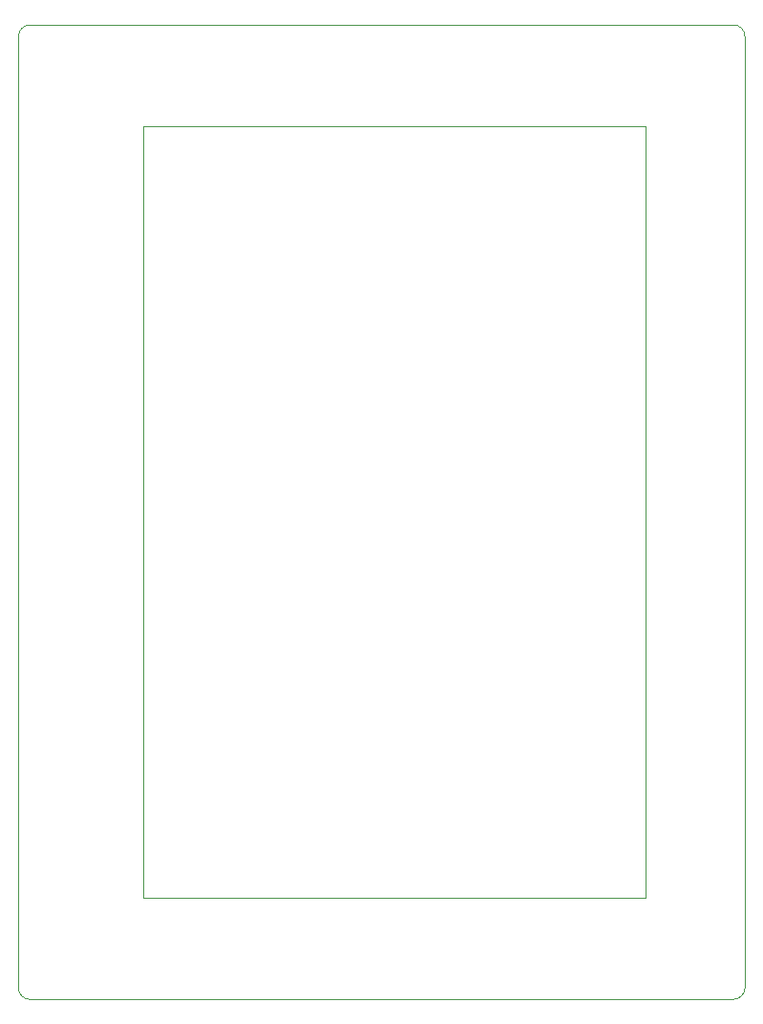
<source format=gbr>
G04 #@! TF.GenerationSoftware,KiCad,Pcbnew,(5.99.0-73-g24ea8f970)*
G04 #@! TF.CreationDate,2019-09-05T17:19:18-04:00*
G04 #@! TF.ProjectId,headers,68656164-6572-4732-9e6b-696361645f70,rev?*
G04 #@! TF.SameCoordinates,Original*
G04 #@! TF.FileFunction,Profile,NP*
%FSLAX46Y46*%
G04 Gerber Fmt 4.6, Leading zero omitted, Abs format (unit mm)*
G04 Created by KiCad (PCBNEW (5.99.0-73-g24ea8f970)) date 2019-09-05 17:19:18*
%MOMM*%
%LPD*%
G04 APERTURE LIST*
%ADD10C,0.050800*%
%ADD11C,0.050000*%
G04 APERTURE END LIST*
D10*
X97155000Y-123698000D02*
X97155000Y-55372000D01*
X141732000Y-123698000D02*
X97155000Y-123698000D01*
X141732000Y-55372000D02*
X141732000Y-123698000D01*
X97155000Y-55372000D02*
X141732000Y-55372000D01*
D11*
X149499320Y-46388020D02*
G75*
G02X150515320Y-47404020I0J-1016000D01*
G01*
X86106000Y-47404020D02*
G75*
G02X87122000Y-46388020I1016000J0D01*
G01*
X87122000Y-132671820D02*
G75*
G02X86106000Y-131655820I0J1016000D01*
G01*
X86106000Y-131655820D02*
X86106000Y-47404020D01*
X150515320Y-131655820D02*
X150515320Y-47404020D01*
D10*
X149499320Y-46388020D02*
X87122000Y-46388020D01*
X149499320Y-132671820D02*
X87122000Y-132671820D01*
D11*
X150515320Y-131655820D02*
G75*
G02X149499320Y-132671820I-1016000J0D01*
G01*
M02*

</source>
